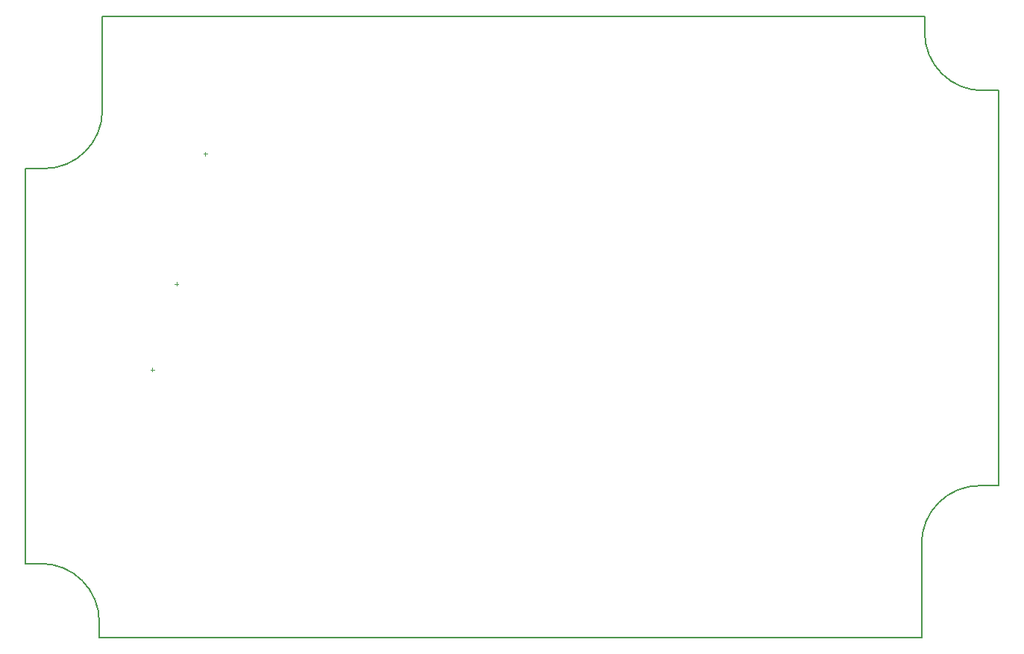
<source format=gm1>
%FSLAX25Y25*%
%MOIN*%
G70*
G01*
G75*
G04 Layer_Color=16711935*
%ADD10R,0.09449X0.03937*%
%ADD11R,0.09449X0.12992*%
%ADD12R,0.04331X0.03937*%
%ADD13R,0.03937X0.04331*%
%ADD14R,0.02362X0.05118*%
%ADD15R,0.03740X0.03543*%
%ADD16R,0.03740X0.03543*%
%ADD17R,0.07087X0.06299*%
%ADD18C,0.01969*%
%ADD19C,0.01181*%
%ADD20C,0.11811*%
%ADD21C,0.07874*%
%ADD22R,0.07874X0.07874*%
%ADD23C,0.09843*%
%ADD24C,0.05906*%
%ADD25R,0.19685X0.05118*%
%ADD26R,0.06299X0.07087*%
%ADD27R,0.09449X0.10236*%
%ADD28R,0.10236X0.09449*%
%ADD29R,0.05118X0.02362*%
%ADD30O,0.08661X0.02362*%
%ADD31O,0.07087X0.01181*%
%ADD32O,0.01181X0.07087*%
%ADD33R,0.03937X0.09449*%
%ADD34R,0.12992X0.09449*%
%ADD35O,0.02362X0.08661*%
%ADD36R,0.06299X0.04921*%
%ADD37R,0.09449X0.12992*%
%ADD38R,0.04921X0.06299*%
%ADD39R,0.09449X0.07087*%
%ADD40C,0.03937*%
%ADD41C,0.07874*%
%ADD42C,0.00787*%
%ADD43C,0.00394*%
D42*
X229212Y205290D02*
G03*
X203227Y231274I-25984J0D01*
G01*
X598110Y468676D02*
G03*
X624094Y442692I25984J0D01*
G01*
X204605Y407849D02*
G03*
X230590Y433833I0J25984D01*
G01*
X622716Y266117D02*
G03*
X596732Y240132I0J-25984D01*
G01*
X229212Y198203D02*
Y205290D01*
X196141Y231274D02*
X203227D01*
X196141Y407849D02*
X204605D01*
X230590Y433833D02*
Y475762D01*
X596732Y198203D02*
Y240132D01*
X622716Y266117D02*
X631180D01*
X598110Y468676D02*
Y475762D01*
X624094Y442692D02*
X631180D01*
Y266117D02*
Y442692D01*
X229212Y198203D02*
X596732D01*
X196141Y231274D02*
Y407849D01*
X230590Y475762D02*
X598110D01*
D43*
X276575Y413583D02*
Y415158D01*
X275787Y414370D02*
X277362D01*
X263779Y355512D02*
Y357087D01*
X262992Y356299D02*
X264567D01*
X252953Y317126D02*
Y318701D01*
X252165Y317913D02*
X253740D01*
M02*

</source>
